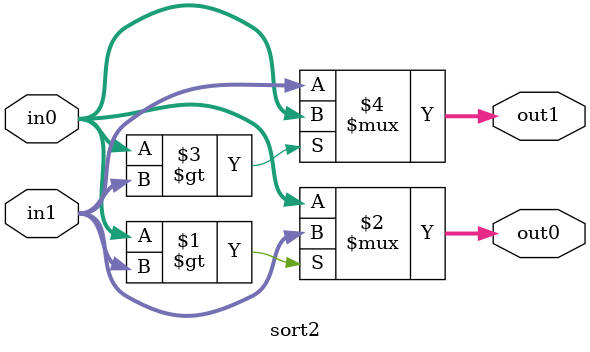
<source format=v>
module sort2(

	input [3:0] in0,
    input [3:0] in1,

	output [3:0] out0,
    output [3:0] out1
);


assign out0 = (in0 > in1) ? in1 : in0;
assign out1 = (in0 > in1) ? in0 : in1;


endmodule

</source>
